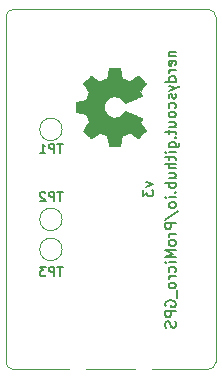
<source format=gbr>
%TF.GenerationSoftware,KiCad,Pcbnew,5.1.5+dfsg1-2~bpo10+1*%
%TF.CreationDate,Date%
%TF.ProjectId,ProMicro_GPS,50726f4d-6963-4726-9f5f-4750532e6b69,v3.1*%
%TF.SameCoordinates,Original*%
%TF.FileFunction,Legend,Bot*%
%TF.FilePolarity,Positive*%
%FSLAX45Y45*%
G04 Gerber Fmt 4.5, Leading zero omitted, Abs format (unit mm)*
G04 Created by KiCad*
%MOMM*%
%LPD*%
G04 APERTURE LIST*
%ADD10C,0.100000*%
%ADD11C,0.200000*%
%ADD12C,0.010000*%
%ADD13C,0.120000*%
%ADD14O,1.600000X1.600000*%
%ADD15R,1.600000X1.600000*%
%ADD16C,1.500000*%
%ADD17R,1.350000X4.200000*%
G04 APERTURE END LIST*
D10*
X127000Y2857500D02*
X127000Y-63500D01*
D11*
X-463786Y1461286D02*
X-403786Y1439857D01*
X-463786Y1418429D01*
X-493786Y1392714D02*
X-493786Y1337000D01*
X-459500Y1367000D01*
X-459500Y1354143D01*
X-455214Y1345572D01*
X-450929Y1341286D01*
X-442357Y1337000D01*
X-420929Y1337000D01*
X-412357Y1341286D01*
X-408071Y1345572D01*
X-403786Y1354143D01*
X-403786Y1379857D01*
X-408071Y1388429D01*
X-412357Y1392714D01*
X-273286Y2562714D02*
X-213286Y2562714D01*
X-264714Y2562714D02*
X-269000Y2558429D01*
X-273286Y2549857D01*
X-273286Y2537000D01*
X-269000Y2528429D01*
X-260429Y2524143D01*
X-213286Y2524143D01*
X-217571Y2447000D02*
X-213286Y2455572D01*
X-213286Y2472714D01*
X-217571Y2481286D01*
X-226143Y2485572D01*
X-260429Y2485572D01*
X-269000Y2481286D01*
X-273286Y2472714D01*
X-273286Y2455572D01*
X-269000Y2447000D01*
X-260429Y2442714D01*
X-251857Y2442714D01*
X-243286Y2485572D01*
X-213286Y2404143D02*
X-273286Y2404143D01*
X-256143Y2404143D02*
X-264714Y2399857D01*
X-269000Y2395572D01*
X-273286Y2387000D01*
X-273286Y2378429D01*
X-213286Y2309857D02*
X-303286Y2309857D01*
X-217571Y2309857D02*
X-213286Y2318429D01*
X-213286Y2335572D01*
X-217571Y2344143D01*
X-221857Y2348429D01*
X-230429Y2352714D01*
X-256143Y2352714D01*
X-264714Y2348429D01*
X-269000Y2344143D01*
X-273286Y2335572D01*
X-273286Y2318429D01*
X-269000Y2309857D01*
X-273286Y2275572D02*
X-213286Y2254143D01*
X-273286Y2232714D02*
X-213286Y2254143D01*
X-191857Y2262714D01*
X-187571Y2267000D01*
X-183286Y2275572D01*
X-217571Y2202714D02*
X-213286Y2194143D01*
X-213286Y2177000D01*
X-217571Y2168429D01*
X-226143Y2164143D01*
X-230429Y2164143D01*
X-239000Y2168429D01*
X-243286Y2177000D01*
X-243286Y2189857D01*
X-247571Y2198429D01*
X-256143Y2202714D01*
X-260429Y2202714D01*
X-269000Y2198429D01*
X-273286Y2189857D01*
X-273286Y2177000D01*
X-269000Y2168429D01*
X-217571Y2087000D02*
X-213286Y2095571D01*
X-213286Y2112714D01*
X-217571Y2121286D01*
X-221857Y2125572D01*
X-230429Y2129857D01*
X-256143Y2129857D01*
X-264714Y2125572D01*
X-269000Y2121286D01*
X-273286Y2112714D01*
X-273286Y2095571D01*
X-269000Y2087000D01*
X-213286Y2035571D02*
X-217571Y2044143D01*
X-221857Y2048429D01*
X-230429Y2052714D01*
X-256143Y2052714D01*
X-264714Y2048429D01*
X-269000Y2044143D01*
X-273286Y2035571D01*
X-273286Y2022714D01*
X-269000Y2014143D01*
X-264714Y2009857D01*
X-256143Y2005571D01*
X-230429Y2005571D01*
X-221857Y2009857D01*
X-217571Y2014143D01*
X-213286Y2022714D01*
X-213286Y2035571D01*
X-273286Y1928429D02*
X-213286Y1928429D01*
X-273286Y1967000D02*
X-226143Y1967000D01*
X-217571Y1962714D01*
X-213286Y1954143D01*
X-213286Y1941286D01*
X-217571Y1932714D01*
X-221857Y1928429D01*
X-273286Y1898429D02*
X-273286Y1864143D01*
X-303286Y1885571D02*
X-226143Y1885571D01*
X-217571Y1881286D01*
X-213286Y1872714D01*
X-213286Y1864143D01*
X-221857Y1834143D02*
X-217571Y1829857D01*
X-213286Y1834143D01*
X-217571Y1838429D01*
X-221857Y1834143D01*
X-213286Y1834143D01*
X-273286Y1752714D02*
X-200429Y1752714D01*
X-191857Y1757000D01*
X-187571Y1761286D01*
X-183286Y1769857D01*
X-183286Y1782714D01*
X-187571Y1791286D01*
X-217571Y1752714D02*
X-213286Y1761286D01*
X-213286Y1778429D01*
X-217571Y1787000D01*
X-221857Y1791286D01*
X-230429Y1795571D01*
X-256143Y1795571D01*
X-264714Y1791286D01*
X-269000Y1787000D01*
X-273286Y1778429D01*
X-273286Y1761286D01*
X-269000Y1752714D01*
X-213286Y1709857D02*
X-273286Y1709857D01*
X-303286Y1709857D02*
X-299000Y1714143D01*
X-294714Y1709857D01*
X-299000Y1705571D01*
X-303286Y1709857D01*
X-294714Y1709857D01*
X-273286Y1679857D02*
X-273286Y1645571D01*
X-303286Y1667000D02*
X-226143Y1667000D01*
X-217571Y1662714D01*
X-213286Y1654143D01*
X-213286Y1645571D01*
X-213286Y1615571D02*
X-303286Y1615571D01*
X-213286Y1577000D02*
X-260429Y1577000D01*
X-269000Y1581286D01*
X-273286Y1589857D01*
X-273286Y1602714D01*
X-269000Y1611286D01*
X-264714Y1615571D01*
X-273286Y1495571D02*
X-213286Y1495571D01*
X-273286Y1534143D02*
X-226143Y1534143D01*
X-217571Y1529857D01*
X-213286Y1521286D01*
X-213286Y1508429D01*
X-217571Y1499857D01*
X-221857Y1495571D01*
X-213286Y1452714D02*
X-303286Y1452714D01*
X-269000Y1452714D02*
X-273286Y1444143D01*
X-273286Y1427000D01*
X-269000Y1418429D01*
X-264714Y1414143D01*
X-256143Y1409857D01*
X-230429Y1409857D01*
X-221857Y1414143D01*
X-217571Y1418429D01*
X-213286Y1427000D01*
X-213286Y1444143D01*
X-217571Y1452714D01*
X-221857Y1371286D02*
X-217571Y1367000D01*
X-213286Y1371286D01*
X-217571Y1375572D01*
X-221857Y1371286D01*
X-213286Y1371286D01*
X-213286Y1328429D02*
X-273286Y1328429D01*
X-303286Y1328429D02*
X-299000Y1332714D01*
X-294714Y1328429D01*
X-299000Y1324143D01*
X-303286Y1328429D01*
X-294714Y1328429D01*
X-213286Y1272714D02*
X-217571Y1281286D01*
X-221857Y1285572D01*
X-230429Y1289857D01*
X-256143Y1289857D01*
X-264714Y1285572D01*
X-269000Y1281286D01*
X-273286Y1272714D01*
X-273286Y1259857D01*
X-269000Y1251286D01*
X-264714Y1247000D01*
X-256143Y1242714D01*
X-230429Y1242714D01*
X-221857Y1247000D01*
X-217571Y1251286D01*
X-213286Y1259857D01*
X-213286Y1272714D01*
X-307572Y1139857D02*
X-191857Y1217000D01*
X-213286Y1109857D02*
X-303286Y1109857D01*
X-303286Y1075572D01*
X-299000Y1067000D01*
X-294714Y1062714D01*
X-286143Y1058429D01*
X-273286Y1058429D01*
X-264714Y1062714D01*
X-260429Y1067000D01*
X-256143Y1075572D01*
X-256143Y1109857D01*
X-213286Y1019857D02*
X-273286Y1019857D01*
X-256143Y1019857D02*
X-264714Y1015571D01*
X-269000Y1011286D01*
X-273286Y1002714D01*
X-273286Y994143D01*
X-213286Y951286D02*
X-217571Y959857D01*
X-221857Y964143D01*
X-230429Y968429D01*
X-256143Y968429D01*
X-264714Y964143D01*
X-269000Y959857D01*
X-273286Y951286D01*
X-273286Y938429D01*
X-269000Y929857D01*
X-264714Y925571D01*
X-256143Y921286D01*
X-230429Y921286D01*
X-221857Y925571D01*
X-217571Y929857D01*
X-213286Y938429D01*
X-213286Y951286D01*
X-213286Y882714D02*
X-303286Y882714D01*
X-239000Y852714D01*
X-303286Y822714D01*
X-213286Y822714D01*
X-213286Y779857D02*
X-273286Y779857D01*
X-303286Y779857D02*
X-299000Y784143D01*
X-294714Y779857D01*
X-299000Y775571D01*
X-303286Y779857D01*
X-294714Y779857D01*
X-217571Y698429D02*
X-213286Y707000D01*
X-213286Y724143D01*
X-217571Y732714D01*
X-221857Y737000D01*
X-230429Y741286D01*
X-256143Y741286D01*
X-264714Y737000D01*
X-269000Y732714D01*
X-273286Y724143D01*
X-273286Y707000D01*
X-269000Y698429D01*
X-213286Y659857D02*
X-273286Y659857D01*
X-256143Y659857D02*
X-264714Y655572D01*
X-269000Y651286D01*
X-273286Y642714D01*
X-273286Y634143D01*
X-213286Y591286D02*
X-217571Y599857D01*
X-221857Y604143D01*
X-230429Y608429D01*
X-256143Y608429D01*
X-264714Y604143D01*
X-269000Y599857D01*
X-273286Y591286D01*
X-273286Y578429D01*
X-269000Y569857D01*
X-264714Y565572D01*
X-256143Y561286D01*
X-230429Y561286D01*
X-221857Y565572D01*
X-217571Y569857D01*
X-213286Y578429D01*
X-213286Y591286D01*
X-204714Y544143D02*
X-204714Y475571D01*
X-299000Y407000D02*
X-303286Y415571D01*
X-303286Y428429D01*
X-299000Y441286D01*
X-290429Y449857D01*
X-281857Y454143D01*
X-264714Y458429D01*
X-251857Y458429D01*
X-234714Y454143D01*
X-226143Y449857D01*
X-217571Y441286D01*
X-213286Y428429D01*
X-213286Y419857D01*
X-217571Y407000D01*
X-221857Y402714D01*
X-251857Y402714D01*
X-251857Y419857D01*
X-213286Y364143D02*
X-303286Y364143D01*
X-303286Y329857D01*
X-299000Y321286D01*
X-294714Y317000D01*
X-286143Y312714D01*
X-273286Y312714D01*
X-264714Y317000D01*
X-260429Y321286D01*
X-256143Y329857D01*
X-256143Y364143D01*
X-217571Y278429D02*
X-213286Y265572D01*
X-213286Y244143D01*
X-217571Y235571D01*
X-221857Y231286D01*
X-230429Y227000D01*
X-239000Y227000D01*
X-247571Y231286D01*
X-251857Y235571D01*
X-256143Y244143D01*
X-260429Y261286D01*
X-264714Y269857D01*
X-269000Y274143D01*
X-277572Y278429D01*
X-286143Y278429D01*
X-294714Y274143D01*
X-299000Y269857D01*
X-303286Y261286D01*
X-303286Y239857D01*
X-299000Y227000D01*
D10*
X-1587500Y-127000D02*
G75*
G02X-1651000Y-63500I0J63500D01*
G01*
X-1651000Y2857500D02*
G75*
G02X-1587500Y2921000I63500J0D01*
G01*
X63500Y2921000D02*
G75*
G02X127000Y2857500I0J-63500D01*
G01*
X127000Y-63500D02*
G75*
G02X63500Y-127000I-63500J0D01*
G01*
X-1587500Y2921000D02*
X63500Y2921000D01*
X-1651000Y-63500D02*
X-1651000Y2857500D01*
X63500Y-127000D02*
X-1587500Y-127000D01*
D12*
G36*
X-1015107Y2039919D02*
G01*
X-970644Y2031536D01*
X-957895Y2000608D01*
X-945145Y1969679D01*
X-970375Y1932575D01*
X-977400Y1922184D01*
X-983673Y1912791D01*
X-988906Y1904835D01*
X-992814Y1898753D01*
X-995111Y1894984D01*
X-995606Y1893958D01*
X-994332Y1892109D01*
X-990812Y1888158D01*
X-985494Y1882548D01*
X-978828Y1875721D01*
X-971265Y1868121D01*
X-963253Y1860191D01*
X-955243Y1852372D01*
X-947684Y1845109D01*
X-941025Y1838844D01*
X-935718Y1834020D01*
X-932211Y1831079D01*
X-931038Y1830376D01*
X-928874Y1831388D01*
X-924134Y1834224D01*
X-917281Y1838587D01*
X-908778Y1844178D01*
X-899091Y1850699D01*
X-893565Y1854478D01*
X-883475Y1861366D01*
X-874370Y1867486D01*
X-866703Y1872542D01*
X-860927Y1876237D01*
X-857496Y1878274D01*
X-856775Y1878580D01*
X-854725Y1877886D01*
X-849949Y1875995D01*
X-843117Y1873191D01*
X-834901Y1869761D01*
X-825973Y1865989D01*
X-817004Y1862161D01*
X-808666Y1858563D01*
X-801631Y1855479D01*
X-796569Y1853196D01*
X-794153Y1851998D01*
X-794058Y1851928D01*
X-793596Y1850047D01*
X-792567Y1845038D01*
X-791071Y1837421D01*
X-789210Y1827713D01*
X-787084Y1816436D01*
X-785858Y1809856D01*
X-783564Y1797805D01*
X-781380Y1786920D01*
X-779428Y1777752D01*
X-777825Y1770852D01*
X-776692Y1766770D01*
X-776333Y1765949D01*
X-773899Y1765145D01*
X-768404Y1764497D01*
X-760489Y1764003D01*
X-750797Y1763664D01*
X-739971Y1763478D01*
X-728653Y1763446D01*
X-717486Y1763567D01*
X-707113Y1763841D01*
X-698176Y1764267D01*
X-691317Y1764844D01*
X-687180Y1765573D01*
X-686319Y1766010D01*
X-685287Y1768624D01*
X-683811Y1774161D01*
X-682065Y1781889D01*
X-680222Y1791077D01*
X-679626Y1794284D01*
X-676793Y1809748D01*
X-674512Y1821962D01*
X-672692Y1831333D01*
X-671242Y1838262D01*
X-670071Y1843153D01*
X-669089Y1846410D01*
X-668204Y1848437D01*
X-667328Y1849637D01*
X-667154Y1849805D01*
X-664363Y1851482D01*
X-658931Y1854039D01*
X-651522Y1857221D01*
X-642804Y1860774D01*
X-633439Y1864442D01*
X-624095Y1867969D01*
X-615435Y1871100D01*
X-608126Y1873581D01*
X-602832Y1875155D01*
X-600219Y1875567D01*
X-600127Y1875532D01*
X-597991Y1874136D01*
X-593292Y1870968D01*
X-586517Y1866361D01*
X-578158Y1860648D01*
X-568702Y1854163D01*
X-566015Y1852316D01*
X-556273Y1845730D01*
X-547384Y1839935D01*
X-539859Y1835246D01*
X-534208Y1831979D01*
X-530942Y1830450D01*
X-530541Y1830376D01*
X-528432Y1831661D01*
X-524254Y1835211D01*
X-518455Y1840571D01*
X-511486Y1847283D01*
X-503795Y1854891D01*
X-495832Y1862940D01*
X-488044Y1870971D01*
X-480881Y1878530D01*
X-474793Y1885159D01*
X-470228Y1890403D01*
X-467635Y1893804D01*
X-467212Y1894745D01*
X-468209Y1896936D01*
X-470898Y1901420D01*
X-474826Y1907468D01*
X-477988Y1912121D01*
X-483790Y1920552D01*
X-490622Y1930537D01*
X-497442Y1940553D01*
X-501092Y1945937D01*
X-513420Y1964163D01*
X-505148Y1979462D01*
X-501524Y1986432D01*
X-498707Y1992359D01*
X-497101Y1996369D01*
X-496877Y1997390D01*
X-498528Y1998617D01*
X-503192Y2001039D01*
X-510439Y2004474D01*
X-519839Y2008741D01*
X-530963Y2013661D01*
X-543379Y2019051D01*
X-556657Y2024732D01*
X-570367Y2030522D01*
X-584080Y2036241D01*
X-597364Y2041708D01*
X-609790Y2046742D01*
X-620928Y2051162D01*
X-630346Y2054788D01*
X-637616Y2057439D01*
X-642306Y2058934D01*
X-643917Y2059175D01*
X-645971Y2057269D01*
X-649307Y2053096D01*
X-653230Y2047529D01*
X-653540Y2047062D01*
X-665058Y2032674D01*
X-678495Y2021072D01*
X-693422Y2012357D01*
X-709409Y2006630D01*
X-726026Y2003991D01*
X-742845Y2004541D01*
X-759434Y2008381D01*
X-775366Y2015610D01*
X-778851Y2017737D01*
X-792926Y2028800D01*
X-804229Y2041870D01*
X-812700Y2056494D01*
X-818281Y2072219D01*
X-820913Y2088594D01*
X-820537Y2105167D01*
X-817095Y2121484D01*
X-810528Y2137094D01*
X-800776Y2151543D01*
X-796819Y2156013D01*
X-784430Y2167389D01*
X-771388Y2175678D01*
X-756768Y2181364D01*
X-742291Y2184531D01*
X-726014Y2185313D01*
X-709656Y2182706D01*
X-693770Y2176976D01*
X-678909Y2168386D01*
X-665627Y2157201D01*
X-654474Y2143688D01*
X-653299Y2141912D01*
X-649449Y2136285D01*
X-646114Y2132008D01*
X-643984Y2129963D01*
X-643917Y2129933D01*
X-641613Y2130372D01*
X-636384Y2132112D01*
X-628661Y2134973D01*
X-618873Y2138774D01*
X-607451Y2143333D01*
X-594824Y2148470D01*
X-581423Y2154004D01*
X-567678Y2159754D01*
X-554019Y2165540D01*
X-540876Y2171180D01*
X-528680Y2176494D01*
X-517859Y2181301D01*
X-508845Y2185420D01*
X-502068Y2188670D01*
X-497957Y2190870D01*
X-496877Y2191756D01*
X-497718Y2194464D01*
X-499973Y2199530D01*
X-503239Y2206082D01*
X-505148Y2209684D01*
X-513420Y2224983D01*
X-501092Y2243209D01*
X-494777Y2252513D01*
X-487827Y2262699D01*
X-481283Y2272244D01*
X-477988Y2277025D01*
X-473473Y2283750D01*
X-469894Y2289444D01*
X-467706Y2293365D01*
X-467244Y2294638D01*
X-468491Y2296492D01*
X-471975Y2300594D01*
X-477332Y2306548D01*
X-484202Y2313954D01*
X-492222Y2322417D01*
X-497371Y2327769D01*
X-506571Y2337132D01*
X-514800Y2345224D01*
X-521705Y2351718D01*
X-526936Y2356286D01*
X-530138Y2358601D01*
X-530788Y2358823D01*
X-533261Y2357792D01*
X-538260Y2354944D01*
X-545279Y2350594D01*
X-553813Y2345058D01*
X-563354Y2338652D01*
X-566015Y2336830D01*
X-575683Y2330193D01*
X-584388Y2324238D01*
X-591641Y2319298D01*
X-596951Y2315708D01*
X-599830Y2313798D01*
X-600127Y2313614D01*
X-602422Y2313890D01*
X-607466Y2315354D01*
X-614596Y2317751D01*
X-623145Y2320827D01*
X-632449Y2324324D01*
X-641843Y2327989D01*
X-650660Y2331566D01*
X-658237Y2334799D01*
X-663907Y2337434D01*
X-667006Y2339214D01*
X-667154Y2339341D01*
X-668040Y2340429D01*
X-668916Y2342268D01*
X-669872Y2345261D01*
X-671000Y2349810D01*
X-672391Y2356321D01*
X-674134Y2365196D01*
X-676320Y2376839D01*
X-679041Y2391654D01*
X-679626Y2394862D01*
X-681463Y2404369D01*
X-683260Y2412657D01*
X-684843Y2418993D01*
X-686040Y2422646D01*
X-686319Y2423136D01*
X-688793Y2423943D01*
X-694321Y2424599D01*
X-702261Y2425103D01*
X-711970Y2425456D01*
X-722806Y2425656D01*
X-734126Y2425704D01*
X-745287Y2425598D01*
X-755647Y2425338D01*
X-764563Y2424925D01*
X-771393Y2424356D01*
X-775493Y2423633D01*
X-776333Y2423197D01*
X-777179Y2420770D01*
X-778556Y2415243D01*
X-780345Y2407166D01*
X-782425Y2397091D01*
X-784678Y2385568D01*
X-785858Y2379290D01*
X-788085Y2367379D01*
X-790102Y2356757D01*
X-791808Y2347943D01*
X-793103Y2341457D01*
X-793884Y2337817D01*
X-794058Y2337218D01*
X-796011Y2336206D01*
X-800716Y2334066D01*
X-807500Y2331084D01*
X-815691Y2327545D01*
X-824617Y2323733D01*
X-833606Y2319935D01*
X-841986Y2316436D01*
X-849085Y2313521D01*
X-854231Y2311474D01*
X-856750Y2310582D01*
X-856860Y2310566D01*
X-858848Y2311577D01*
X-863422Y2314412D01*
X-870128Y2318772D01*
X-878512Y2324361D01*
X-888117Y2330879D01*
X-893635Y2334668D01*
X-903752Y2341573D01*
X-912937Y2347705D01*
X-920726Y2352766D01*
X-926653Y2356457D01*
X-930255Y2358478D01*
X-931062Y2358770D01*
X-932942Y2357515D01*
X-936954Y2354046D01*
X-942651Y2348806D01*
X-949581Y2342238D01*
X-957297Y2334786D01*
X-965347Y2326891D01*
X-973284Y2318998D01*
X-980656Y2311550D01*
X-987015Y2304989D01*
X-991911Y2299760D01*
X-994894Y2296304D01*
X-995606Y2295148D01*
X-994605Y2293265D01*
X-991792Y2288763D01*
X-987455Y2282079D01*
X-981878Y2273650D01*
X-975349Y2263914D01*
X-970375Y2256571D01*
X-945145Y2219467D01*
X-970644Y2157610D01*
X-1015107Y2149228D01*
X-1059569Y2140845D01*
X-1059569Y2048301D01*
X-1015107Y2039919D01*
G37*
X-1015107Y2039919D02*
X-970644Y2031536D01*
X-957895Y2000608D01*
X-945145Y1969679D01*
X-970375Y1932575D01*
X-977400Y1922184D01*
X-983673Y1912791D01*
X-988906Y1904835D01*
X-992814Y1898753D01*
X-995111Y1894984D01*
X-995606Y1893958D01*
X-994332Y1892109D01*
X-990812Y1888158D01*
X-985494Y1882548D01*
X-978828Y1875721D01*
X-971265Y1868121D01*
X-963253Y1860191D01*
X-955243Y1852372D01*
X-947684Y1845109D01*
X-941025Y1838844D01*
X-935718Y1834020D01*
X-932211Y1831079D01*
X-931038Y1830376D01*
X-928874Y1831388D01*
X-924134Y1834224D01*
X-917281Y1838587D01*
X-908778Y1844178D01*
X-899091Y1850699D01*
X-893565Y1854478D01*
X-883475Y1861366D01*
X-874370Y1867486D01*
X-866703Y1872542D01*
X-860927Y1876237D01*
X-857496Y1878274D01*
X-856775Y1878580D01*
X-854725Y1877886D01*
X-849949Y1875995D01*
X-843117Y1873191D01*
X-834901Y1869761D01*
X-825973Y1865989D01*
X-817004Y1862161D01*
X-808666Y1858563D01*
X-801631Y1855479D01*
X-796569Y1853196D01*
X-794153Y1851998D01*
X-794058Y1851928D01*
X-793596Y1850047D01*
X-792567Y1845038D01*
X-791071Y1837421D01*
X-789210Y1827713D01*
X-787084Y1816436D01*
X-785858Y1809856D01*
X-783564Y1797805D01*
X-781380Y1786920D01*
X-779428Y1777752D01*
X-777825Y1770852D01*
X-776692Y1766770D01*
X-776333Y1765949D01*
X-773899Y1765145D01*
X-768404Y1764497D01*
X-760489Y1764003D01*
X-750797Y1763664D01*
X-739971Y1763478D01*
X-728653Y1763446D01*
X-717486Y1763567D01*
X-707113Y1763841D01*
X-698176Y1764267D01*
X-691317Y1764844D01*
X-687180Y1765573D01*
X-686319Y1766010D01*
X-685287Y1768624D01*
X-683811Y1774161D01*
X-682065Y1781889D01*
X-680222Y1791077D01*
X-679626Y1794284D01*
X-676793Y1809748D01*
X-674512Y1821962D01*
X-672692Y1831333D01*
X-671242Y1838262D01*
X-670071Y1843153D01*
X-669089Y1846410D01*
X-668204Y1848437D01*
X-667328Y1849637D01*
X-667154Y1849805D01*
X-664363Y1851482D01*
X-658931Y1854039D01*
X-651522Y1857221D01*
X-642804Y1860774D01*
X-633439Y1864442D01*
X-624095Y1867969D01*
X-615435Y1871100D01*
X-608126Y1873581D01*
X-602832Y1875155D01*
X-600219Y1875567D01*
X-600127Y1875532D01*
X-597991Y1874136D01*
X-593292Y1870968D01*
X-586517Y1866361D01*
X-578158Y1860648D01*
X-568702Y1854163D01*
X-566015Y1852316D01*
X-556273Y1845730D01*
X-547384Y1839935D01*
X-539859Y1835246D01*
X-534208Y1831979D01*
X-530942Y1830450D01*
X-530541Y1830376D01*
X-528432Y1831661D01*
X-524254Y1835211D01*
X-518455Y1840571D01*
X-511486Y1847283D01*
X-503795Y1854891D01*
X-495832Y1862940D01*
X-488044Y1870971D01*
X-480881Y1878530D01*
X-474793Y1885159D01*
X-470228Y1890403D01*
X-467635Y1893804D01*
X-467212Y1894745D01*
X-468209Y1896936D01*
X-470898Y1901420D01*
X-474826Y1907468D01*
X-477988Y1912121D01*
X-483790Y1920552D01*
X-490622Y1930537D01*
X-497442Y1940553D01*
X-501092Y1945937D01*
X-513420Y1964163D01*
X-505148Y1979462D01*
X-501524Y1986432D01*
X-498707Y1992359D01*
X-497101Y1996369D01*
X-496877Y1997390D01*
X-498528Y1998617D01*
X-503192Y2001039D01*
X-510439Y2004474D01*
X-519839Y2008741D01*
X-530963Y2013661D01*
X-543379Y2019051D01*
X-556657Y2024732D01*
X-570367Y2030522D01*
X-584080Y2036241D01*
X-597364Y2041708D01*
X-609790Y2046742D01*
X-620928Y2051162D01*
X-630346Y2054788D01*
X-637616Y2057439D01*
X-642306Y2058934D01*
X-643917Y2059175D01*
X-645971Y2057269D01*
X-649307Y2053096D01*
X-653230Y2047529D01*
X-653540Y2047062D01*
X-665058Y2032674D01*
X-678495Y2021072D01*
X-693422Y2012357D01*
X-709409Y2006630D01*
X-726026Y2003991D01*
X-742845Y2004541D01*
X-759434Y2008381D01*
X-775366Y2015610D01*
X-778851Y2017737D01*
X-792926Y2028800D01*
X-804229Y2041870D01*
X-812700Y2056494D01*
X-818281Y2072219D01*
X-820913Y2088594D01*
X-820537Y2105167D01*
X-817095Y2121484D01*
X-810528Y2137094D01*
X-800776Y2151543D01*
X-796819Y2156013D01*
X-784430Y2167389D01*
X-771388Y2175678D01*
X-756768Y2181364D01*
X-742291Y2184531D01*
X-726014Y2185313D01*
X-709656Y2182706D01*
X-693770Y2176976D01*
X-678909Y2168386D01*
X-665627Y2157201D01*
X-654474Y2143688D01*
X-653299Y2141912D01*
X-649449Y2136285D01*
X-646114Y2132008D01*
X-643984Y2129963D01*
X-643917Y2129933D01*
X-641613Y2130372D01*
X-636384Y2132112D01*
X-628661Y2134973D01*
X-618873Y2138774D01*
X-607451Y2143333D01*
X-594824Y2148470D01*
X-581423Y2154004D01*
X-567678Y2159754D01*
X-554019Y2165540D01*
X-540876Y2171180D01*
X-528680Y2176494D01*
X-517859Y2181301D01*
X-508845Y2185420D01*
X-502068Y2188670D01*
X-497957Y2190870D01*
X-496877Y2191756D01*
X-497718Y2194464D01*
X-499973Y2199530D01*
X-503239Y2206082D01*
X-505148Y2209684D01*
X-513420Y2224983D01*
X-501092Y2243209D01*
X-494777Y2252513D01*
X-487827Y2262699D01*
X-481283Y2272244D01*
X-477988Y2277025D01*
X-473473Y2283750D01*
X-469894Y2289444D01*
X-467706Y2293365D01*
X-467244Y2294638D01*
X-468491Y2296492D01*
X-471975Y2300594D01*
X-477332Y2306548D01*
X-484202Y2313954D01*
X-492222Y2322417D01*
X-497371Y2327769D01*
X-506571Y2337132D01*
X-514800Y2345224D01*
X-521705Y2351718D01*
X-526936Y2356286D01*
X-530138Y2358601D01*
X-530788Y2358823D01*
X-533261Y2357792D01*
X-538260Y2354944D01*
X-545279Y2350594D01*
X-553813Y2345058D01*
X-563354Y2338652D01*
X-566015Y2336830D01*
X-575683Y2330193D01*
X-584388Y2324238D01*
X-591641Y2319298D01*
X-596951Y2315708D01*
X-599830Y2313798D01*
X-600127Y2313614D01*
X-602422Y2313890D01*
X-607466Y2315354D01*
X-614596Y2317751D01*
X-623145Y2320827D01*
X-632449Y2324324D01*
X-641843Y2327989D01*
X-650660Y2331566D01*
X-658237Y2334799D01*
X-663907Y2337434D01*
X-667006Y2339214D01*
X-667154Y2339341D01*
X-668040Y2340429D01*
X-668916Y2342268D01*
X-669872Y2345261D01*
X-671000Y2349810D01*
X-672391Y2356321D01*
X-674134Y2365196D01*
X-676320Y2376839D01*
X-679041Y2391654D01*
X-679626Y2394862D01*
X-681463Y2404369D01*
X-683260Y2412657D01*
X-684843Y2418993D01*
X-686040Y2422646D01*
X-686319Y2423136D01*
X-688793Y2423943D01*
X-694321Y2424599D01*
X-702261Y2425103D01*
X-711970Y2425456D01*
X-722806Y2425656D01*
X-734126Y2425704D01*
X-745287Y2425598D01*
X-755647Y2425338D01*
X-764563Y2424925D01*
X-771393Y2424356D01*
X-775493Y2423633D01*
X-776333Y2423197D01*
X-777179Y2420770D01*
X-778556Y2415243D01*
X-780345Y2407166D01*
X-782425Y2397091D01*
X-784678Y2385568D01*
X-785858Y2379290D01*
X-788085Y2367379D01*
X-790102Y2356757D01*
X-791808Y2347943D01*
X-793103Y2341457D01*
X-793884Y2337817D01*
X-794058Y2337218D01*
X-796011Y2336206D01*
X-800716Y2334066D01*
X-807500Y2331084D01*
X-815691Y2327545D01*
X-824617Y2323733D01*
X-833606Y2319935D01*
X-841986Y2316436D01*
X-849085Y2313521D01*
X-854231Y2311474D01*
X-856750Y2310582D01*
X-856860Y2310566D01*
X-858848Y2311577D01*
X-863422Y2314412D01*
X-870128Y2318772D01*
X-878512Y2324361D01*
X-888117Y2330879D01*
X-893635Y2334668D01*
X-903752Y2341573D01*
X-912937Y2347705D01*
X-920726Y2352766D01*
X-926653Y2356457D01*
X-930255Y2358478D01*
X-931062Y2358770D01*
X-932942Y2357515D01*
X-936954Y2354046D01*
X-942651Y2348806D01*
X-949581Y2342238D01*
X-957297Y2334786D01*
X-965347Y2326891D01*
X-973284Y2318998D01*
X-980656Y2311550D01*
X-987015Y2304989D01*
X-991911Y2299760D01*
X-994894Y2296304D01*
X-995606Y2295148D01*
X-994605Y2293265D01*
X-991792Y2288763D01*
X-987455Y2282079D01*
X-981878Y2273650D01*
X-975349Y2263914D01*
X-970375Y2256571D01*
X-945145Y2219467D01*
X-970644Y2157610D01*
X-1015107Y2149228D01*
X-1059569Y2140845D01*
X-1059569Y2048301D01*
X-1015107Y2039919D01*
D13*
X-1175000Y889000D02*
G75*
G03X-1175000Y889000I-95000J0D01*
G01*
X-1175000Y1143000D02*
G75*
G03X-1175000Y1143000I-95000J0D01*
G01*
X-1175000Y1905000D02*
G75*
G03X-1175000Y1905000I-95000J0D01*
G01*
D11*
X-1169048Y742310D02*
X-1214762Y742310D01*
X-1191905Y662310D02*
X-1191905Y742310D01*
X-1241429Y662310D02*
X-1241429Y742310D01*
X-1271905Y742310D01*
X-1279524Y738500D01*
X-1283333Y734690D01*
X-1287143Y727071D01*
X-1287143Y715643D01*
X-1283333Y708024D01*
X-1279524Y704214D01*
X-1271905Y700405D01*
X-1241429Y700405D01*
X-1313810Y742310D02*
X-1363333Y742310D01*
X-1336667Y711833D01*
X-1348095Y711833D01*
X-1355714Y708024D01*
X-1359524Y704214D01*
X-1363333Y696595D01*
X-1363333Y677548D01*
X-1359524Y669929D01*
X-1355714Y666119D01*
X-1348095Y662310D01*
X-1325238Y662310D01*
X-1317619Y666119D01*
X-1313810Y669929D01*
X-1169048Y1377310D02*
X-1214762Y1377310D01*
X-1191905Y1297310D02*
X-1191905Y1377310D01*
X-1241429Y1297310D02*
X-1241429Y1377310D01*
X-1271905Y1377310D01*
X-1279524Y1373500D01*
X-1283333Y1369691D01*
X-1287143Y1362072D01*
X-1287143Y1350643D01*
X-1283333Y1343024D01*
X-1279524Y1339214D01*
X-1271905Y1335405D01*
X-1241429Y1335405D01*
X-1317619Y1369691D02*
X-1321429Y1373500D01*
X-1329048Y1377310D01*
X-1348095Y1377310D01*
X-1355714Y1373500D01*
X-1359524Y1369691D01*
X-1363333Y1362072D01*
X-1363333Y1354452D01*
X-1359524Y1343024D01*
X-1313810Y1297310D01*
X-1363333Y1297310D01*
X-1169048Y1784010D02*
X-1214762Y1784010D01*
X-1191905Y1704010D02*
X-1191905Y1784010D01*
X-1241429Y1704010D02*
X-1241429Y1784010D01*
X-1271905Y1784010D01*
X-1279524Y1780200D01*
X-1283333Y1776390D01*
X-1287143Y1768771D01*
X-1287143Y1757343D01*
X-1283333Y1749724D01*
X-1279524Y1745914D01*
X-1271905Y1742105D01*
X-1241429Y1742105D01*
X-1363333Y1704010D02*
X-1317619Y1704010D01*
X-1340476Y1704010D02*
X-1340476Y1784010D01*
X-1332857Y1772581D01*
X-1325238Y1764962D01*
X-1317619Y1761152D01*
%LPC*%
D14*
X-1524000Y0D03*
X-1524000Y254000D03*
X-1524000Y508000D03*
X0Y2794000D03*
X-1524000Y762000D03*
X0Y2540000D03*
X-1524000Y1016000D03*
X0Y2286000D03*
X-1524000Y1270000D03*
X0Y2032000D03*
X-1524000Y1524000D03*
X0Y1778000D03*
X-1524000Y1778000D03*
X0Y1524000D03*
X-1524000Y2032000D03*
X0Y1270000D03*
X-1524000Y2286000D03*
X0Y1016000D03*
X-1524000Y2540000D03*
X0Y762000D03*
X-1524000Y2794000D03*
X0Y508000D03*
X0Y254000D03*
D15*
X0Y0D03*
D16*
X-1270000Y889000D03*
X-1270000Y1143000D03*
X-1270000Y1905000D03*
X-1270000Y2159000D03*
D17*
X-479500Y63500D03*
X-1044500Y63500D03*
M02*

</source>
